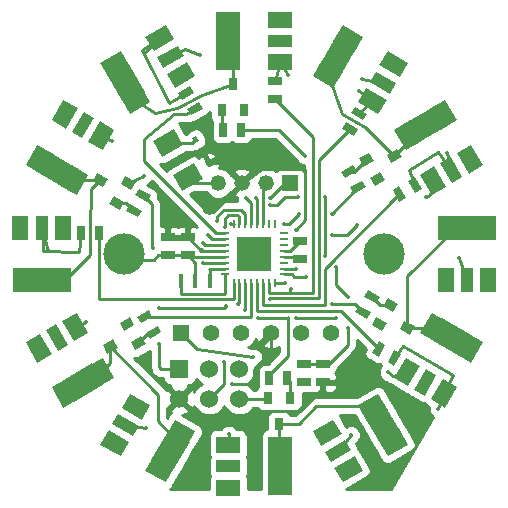
<source format=gtl>
G04 (created by PCBNEW (2013-05-16 BZR 4016)-stable) date 7/10/2013 14:07:53*
%MOIN*%
G04 Gerber Fmt 3.4, Leading zero omitted, Abs format*
%FSLAX34Y34*%
G01*
G70*
G90*
G04 APERTURE LIST*
%ADD10C,0.00590551*%
%ADD11R,0.055X0.055*%
%ADD12C,0.055*%
%ADD13R,0.06X0.06*%
%ADD14C,0.06*%
%ADD15C,0.137795*%
%ADD16R,0.01X0.03*%
%ADD17R,0.03X0.01*%
%ADD18R,0.1181X0.1181*%
%ADD19C,0.052*%
%ADD20R,0.052X0.052*%
%ADD21R,0.0787402X0.0629921*%
%ADD22R,0.0787402X0.0551181*%
%ADD23R,0.0787402X0.11811*%
%ADD24R,0.0787402X0.0393701*%
%ADD25R,0.0629921X0.0787402*%
%ADD26R,0.0551181X0.0787402*%
%ADD27R,0.11811X0.0787402*%
%ADD28R,0.0393701X0.0787402*%
%ADD29R,0.0315X0.0394*%
%ADD30R,0.045X0.025*%
%ADD31R,0.025X0.045*%
%ADD32R,0.015748X0.0511811*%
%ADD33C,0.0137795*%
%ADD34C,0.01*%
G04 APERTURE END LIST*
G54D10*
G36*
X3327Y3939D02*
X2937Y4164D01*
X3062Y4380D01*
X3452Y4155D01*
X3327Y3939D01*
X3327Y3939D01*
G37*
G36*
X3627Y4459D02*
X3237Y4684D01*
X3362Y4900D01*
X3752Y4675D01*
X3627Y4459D01*
X3627Y4459D01*
G37*
G36*
X-2082Y3850D02*
X-1946Y3929D01*
X-1847Y3759D01*
X-1984Y3680D01*
X-2082Y3850D01*
X-2082Y3850D01*
G37*
G36*
X-1630Y3066D02*
X-1493Y3145D01*
X-1395Y2975D01*
X-1531Y2896D01*
X-1630Y3066D01*
X-1630Y3066D01*
G37*
G36*
X-1723Y2507D02*
X-2416Y2107D01*
X-2716Y2626D01*
X-2023Y3026D01*
X-1723Y2507D01*
X-1723Y2507D01*
G37*
G36*
X-2373Y3633D02*
X-3066Y3233D01*
X-3366Y3752D01*
X-2673Y4152D01*
X-2373Y3633D01*
X-2373Y3633D01*
G37*
G54D11*
X-2440Y-2657D03*
G54D12*
X-1440Y-2657D03*
X-440Y-2657D03*
X559Y-2657D03*
X1559Y-2657D03*
X2559Y-2657D03*
G54D13*
X-2496Y-3830D03*
G54D14*
X-2496Y-4830D03*
X-1496Y-3830D03*
X-1496Y-4830D03*
X-496Y-3830D03*
X-496Y-4830D03*
G54D15*
X-4330Y0D03*
X4330Y0D03*
G54D16*
X-492Y984D03*
X-295Y984D03*
X-98Y984D03*
X-689Y984D03*
G54D17*
X-984Y689D03*
X-984Y492D03*
X-984Y295D03*
X-984Y98D03*
X-984Y-98D03*
X-984Y-295D03*
X-984Y-492D03*
X-984Y-689D03*
G54D16*
X689Y-984D03*
X-689Y-984D03*
X-492Y-984D03*
X-295Y-984D03*
X-98Y-984D03*
X98Y-984D03*
X295Y-984D03*
X492Y-984D03*
G54D17*
X984Y-689D03*
X984Y-492D03*
X984Y-295D03*
X984Y-98D03*
X984Y98D03*
X984Y295D03*
X984Y492D03*
X984Y689D03*
G54D16*
X689Y984D03*
X492Y984D03*
X295Y984D03*
X98Y984D03*
G54D18*
X0Y0D03*
G54D19*
X-1200Y2352D03*
X-400Y2352D03*
X400Y2352D03*
G54D20*
X1200Y2352D03*
G54D21*
X-866Y7755D03*
G54D22*
X866Y7795D03*
G54D23*
X-866Y7086D03*
G54D24*
X866Y7086D03*
G54D21*
X-866Y6417D03*
G54D22*
X866Y6377D03*
G54D10*
G36*
X-4811Y5818D02*
X-5126Y6364D01*
X-4444Y6757D01*
X-4129Y6212D01*
X-4811Y5818D01*
X-4811Y5818D01*
G37*
G36*
X-3350Y6753D02*
X-3626Y7230D01*
X-2944Y7624D01*
X-2668Y7146D01*
X-3350Y6753D01*
X-3350Y6753D01*
G37*
G36*
X-4339Y5000D02*
X-4929Y6023D01*
X-4247Y6416D01*
X-3657Y5394D01*
X-4339Y5000D01*
X-4339Y5000D01*
G37*
G36*
X-3035Y6207D02*
X-3232Y6548D01*
X-2550Y6942D01*
X-2353Y6601D01*
X-3035Y6207D01*
X-3035Y6207D01*
G37*
G36*
X-4142Y4659D02*
X-4457Y5204D01*
X-3775Y5598D01*
X-3460Y5053D01*
X-4142Y4659D01*
X-4142Y4659D01*
G37*
G36*
X-2642Y5525D02*
X-2917Y6002D01*
X-2235Y6396D01*
X-1960Y5919D01*
X-2642Y5525D01*
X-2642Y5525D01*
G37*
G36*
X-7078Y2629D02*
X-7624Y2944D01*
X-7230Y3626D01*
X-6684Y3311D01*
X-7078Y2629D01*
X-7078Y2629D01*
G37*
G36*
X-6280Y4168D02*
X-6757Y4444D01*
X-6364Y5126D01*
X-5886Y4850D01*
X-6280Y4168D01*
X-6280Y4168D01*
G37*
G36*
X-6260Y2156D02*
X-7283Y2747D01*
X-6889Y3429D01*
X-5866Y2838D01*
X-6260Y2156D01*
X-6260Y2156D01*
G37*
G36*
X-5735Y3854D02*
X-6075Y4050D01*
X-5682Y4732D01*
X-5341Y4535D01*
X-5735Y3854D01*
X-5735Y3854D01*
G37*
G36*
X-5919Y1960D02*
X-6464Y2275D01*
X-6071Y2956D01*
X-5525Y2642D01*
X-5919Y1960D01*
X-5919Y1960D01*
G37*
G36*
X-5053Y3460D02*
X-5530Y3735D01*
X-5136Y4417D01*
X-4659Y4142D01*
X-5053Y3460D01*
X-5053Y3460D01*
G37*
G54D25*
X-7755Y-866D03*
G54D26*
X-7795Y866D03*
G54D27*
X-7086Y-866D03*
G54D28*
X-7086Y866D03*
G54D25*
X-6417Y-866D03*
G54D26*
X-6377Y866D03*
G54D10*
G36*
X-5818Y-4811D02*
X-6364Y-5126D01*
X-6757Y-4444D01*
X-6212Y-4129D01*
X-5818Y-4811D01*
X-5818Y-4811D01*
G37*
G36*
X-6753Y-3350D02*
X-7230Y-3626D01*
X-7624Y-2944D01*
X-7146Y-2668D01*
X-6753Y-3350D01*
X-6753Y-3350D01*
G37*
G36*
X-5000Y-4339D02*
X-6023Y-4929D01*
X-6416Y-4247D01*
X-5394Y-3657D01*
X-5000Y-4339D01*
X-5000Y-4339D01*
G37*
G36*
X-6207Y-3035D02*
X-6548Y-3232D01*
X-6942Y-2550D01*
X-6601Y-2353D01*
X-6207Y-3035D01*
X-6207Y-3035D01*
G37*
G36*
X-4659Y-4142D02*
X-5204Y-4457D01*
X-5598Y-3775D01*
X-5053Y-3460D01*
X-4659Y-4142D01*
X-4659Y-4142D01*
G37*
G36*
X-5525Y-2642D02*
X-6002Y-2917D01*
X-6396Y-2235D01*
X-5919Y-1960D01*
X-5525Y-2642D01*
X-5525Y-2642D01*
G37*
G36*
X-2629Y-7078D02*
X-2944Y-7624D01*
X-3626Y-7230D01*
X-3311Y-6684D01*
X-2629Y-7078D01*
X-2629Y-7078D01*
G37*
G36*
X-4168Y-6280D02*
X-4444Y-6757D01*
X-5126Y-6364D01*
X-4850Y-5886D01*
X-4168Y-6280D01*
X-4168Y-6280D01*
G37*
G36*
X-2156Y-6260D02*
X-2747Y-7283D01*
X-3429Y-6889D01*
X-2838Y-5866D01*
X-2156Y-6260D01*
X-2156Y-6260D01*
G37*
G36*
X-3854Y-5735D02*
X-4050Y-6075D01*
X-4732Y-5682D01*
X-4535Y-5341D01*
X-3854Y-5735D01*
X-3854Y-5735D01*
G37*
G36*
X-1960Y-5919D02*
X-2275Y-6464D01*
X-2956Y-6071D01*
X-2642Y-5525D01*
X-1960Y-5919D01*
X-1960Y-5919D01*
G37*
G36*
X-3460Y-5053D02*
X-3735Y-5530D01*
X-4417Y-5136D01*
X-4142Y-4659D01*
X-3460Y-5053D01*
X-3460Y-5053D01*
G37*
G54D21*
X866Y-7755D03*
G54D22*
X-866Y-7795D03*
G54D23*
X866Y-7086D03*
G54D24*
X-866Y-7086D03*
G54D21*
X866Y-6417D03*
G54D22*
X-866Y-6377D03*
G54D10*
G36*
X4811Y-5818D02*
X5126Y-6364D01*
X4444Y-6757D01*
X4129Y-6212D01*
X4811Y-5818D01*
X4811Y-5818D01*
G37*
G36*
X3350Y-6753D02*
X3626Y-7230D01*
X2944Y-7624D01*
X2668Y-7146D01*
X3350Y-6753D01*
X3350Y-6753D01*
G37*
G36*
X4339Y-5000D02*
X4929Y-6023D01*
X4247Y-6416D01*
X3657Y-5394D01*
X4339Y-5000D01*
X4339Y-5000D01*
G37*
G36*
X3035Y-6207D02*
X3232Y-6548D01*
X2550Y-6942D01*
X2353Y-6601D01*
X3035Y-6207D01*
X3035Y-6207D01*
G37*
G36*
X4142Y-4659D02*
X4457Y-5204D01*
X3775Y-5598D01*
X3460Y-5053D01*
X4142Y-4659D01*
X4142Y-4659D01*
G37*
G36*
X2642Y-5525D02*
X2917Y-6002D01*
X2235Y-6396D01*
X1960Y-5919D01*
X2642Y-5525D01*
X2642Y-5525D01*
G37*
G36*
X7078Y-2629D02*
X7624Y-2944D01*
X7230Y-3626D01*
X6684Y-3311D01*
X7078Y-2629D01*
X7078Y-2629D01*
G37*
G36*
X6280Y-4168D02*
X6757Y-4444D01*
X6364Y-5126D01*
X5886Y-4850D01*
X6280Y-4168D01*
X6280Y-4168D01*
G37*
G36*
X6260Y-2156D02*
X7283Y-2747D01*
X6889Y-3429D01*
X5866Y-2838D01*
X6260Y-2156D01*
X6260Y-2156D01*
G37*
G36*
X5735Y-3854D02*
X6075Y-4050D01*
X5682Y-4732D01*
X5341Y-4535D01*
X5735Y-3854D01*
X5735Y-3854D01*
G37*
G36*
X5919Y-1960D02*
X6464Y-2275D01*
X6071Y-2956D01*
X5525Y-2642D01*
X5919Y-1960D01*
X5919Y-1960D01*
G37*
G36*
X5053Y-3460D02*
X5530Y-3735D01*
X5136Y-4417D01*
X4659Y-4142D01*
X5053Y-3460D01*
X5053Y-3460D01*
G37*
G54D25*
X7755Y866D03*
G54D26*
X7795Y-866D03*
G54D27*
X7086Y866D03*
G54D28*
X7086Y-866D03*
G54D25*
X6417Y866D03*
G54D26*
X6377Y-866D03*
G54D10*
G36*
X5818Y4811D02*
X6364Y5126D01*
X6757Y4444D01*
X6212Y4129D01*
X5818Y4811D01*
X5818Y4811D01*
G37*
G36*
X6753Y3350D02*
X7230Y3626D01*
X7624Y2944D01*
X7146Y2668D01*
X6753Y3350D01*
X6753Y3350D01*
G37*
G36*
X5000Y4339D02*
X6023Y4929D01*
X6416Y4247D01*
X5394Y3657D01*
X5000Y4339D01*
X5000Y4339D01*
G37*
G36*
X6207Y3035D02*
X6548Y3232D01*
X6942Y2550D01*
X6601Y2353D01*
X6207Y3035D01*
X6207Y3035D01*
G37*
G36*
X4659Y4142D02*
X5204Y4457D01*
X5598Y3775D01*
X5053Y3460D01*
X4659Y4142D01*
X4659Y4142D01*
G37*
G36*
X5525Y2642D02*
X6002Y2917D01*
X6396Y2235D01*
X5919Y1960D01*
X5525Y2642D01*
X5525Y2642D01*
G37*
G36*
X2629Y7078D02*
X2944Y7624D01*
X3626Y7230D01*
X3311Y6684D01*
X2629Y7078D01*
X2629Y7078D01*
G37*
G36*
X4168Y6280D02*
X4444Y6757D01*
X5126Y6364D01*
X4850Y5886D01*
X4168Y6280D01*
X4168Y6280D01*
G37*
G36*
X2156Y6260D02*
X2747Y7283D01*
X3429Y6889D01*
X2838Y5866D01*
X2156Y6260D01*
X2156Y6260D01*
G37*
G36*
X3854Y5735D02*
X4050Y6075D01*
X4732Y5682D01*
X4535Y5341D01*
X3854Y5735D01*
X3854Y5735D01*
G37*
G36*
X1960Y5919D02*
X2275Y6464D01*
X2956Y6071D01*
X2642Y5525D01*
X1960Y5919D01*
X1960Y5919D01*
G37*
G36*
X3460Y5053D02*
X3735Y5530D01*
X4417Y5136D01*
X4142Y4659D01*
X3460Y5053D01*
X3460Y5053D01*
G37*
G36*
X4416Y3285D02*
X4758Y3482D01*
X4915Y3210D01*
X4574Y3013D01*
X4416Y3285D01*
X4416Y3285D01*
G37*
G36*
X3854Y2528D02*
X4195Y2725D01*
X4353Y2452D01*
X4011Y2255D01*
X3854Y2528D01*
X3854Y2528D01*
G37*
G36*
X3479Y3177D02*
X3820Y3374D01*
X3978Y3101D01*
X3636Y2904D01*
X3479Y3177D01*
X3479Y3177D01*
G37*
G36*
X5007Y-2225D02*
X5348Y-2422D01*
X5191Y-2695D01*
X4850Y-2498D01*
X5007Y-2225D01*
X5007Y-2225D01*
G37*
G36*
X4070Y-2117D02*
X4411Y-2314D01*
X4253Y-2587D01*
X3912Y-2390D01*
X4070Y-2117D01*
X4070Y-2117D01*
G37*
G36*
X4445Y-1467D02*
X4786Y-1664D01*
X4628Y-1937D01*
X4287Y-1740D01*
X4445Y-1467D01*
X4445Y-1467D01*
G37*
G54D29*
X826Y-5669D03*
X451Y-4803D03*
X1201Y-4803D03*
G54D10*
G36*
X-4554Y-3128D02*
X-4895Y-3325D01*
X-5053Y-3052D01*
X-4712Y-2855D01*
X-4554Y-3128D01*
X-4554Y-3128D01*
G37*
G36*
X-3992Y-2370D02*
X-4333Y-2567D01*
X-4491Y-2294D01*
X-4149Y-2097D01*
X-3992Y-2370D01*
X-3992Y-2370D01*
G37*
G36*
X-3617Y-3020D02*
X-3958Y-3217D01*
X-4116Y-2944D01*
X-3774Y-2747D01*
X-3617Y-3020D01*
X-3617Y-3020D01*
G37*
G36*
X-5046Y2225D02*
X-5388Y2422D01*
X-5230Y2695D01*
X-4889Y2498D01*
X-5046Y2225D01*
X-5046Y2225D01*
G37*
G36*
X-4109Y2117D02*
X-4450Y2314D01*
X-4293Y2587D01*
X-3951Y2390D01*
X-4109Y2117D01*
X-4109Y2117D01*
G37*
G36*
X-4484Y1467D02*
X-4825Y1664D01*
X-4668Y1937D01*
X-4326Y1740D01*
X-4484Y1467D01*
X-4484Y1467D01*
G37*
G54D29*
X-708Y5669D03*
X-333Y4803D03*
X-1083Y4803D03*
G54D30*
X2280Y-3675D03*
X2280Y-4275D03*
G54D31*
X-5172Y708D03*
X-5772Y708D03*
G54D10*
G36*
X-1718Y4842D02*
X-2108Y4617D01*
X-2233Y4834D01*
X-1843Y5059D01*
X-1718Y4842D01*
X-1718Y4842D01*
G37*
G36*
X-2018Y5362D02*
X-2408Y5137D01*
X-2533Y5353D01*
X-2143Y5578D01*
X-2018Y5362D01*
X-2018Y5362D01*
G37*
G36*
X4842Y1738D02*
X4617Y2128D01*
X4834Y2253D01*
X5059Y1863D01*
X4842Y1738D01*
X4842Y1738D01*
G37*
G36*
X5362Y2038D02*
X5137Y2428D01*
X5353Y2553D01*
X5578Y2163D01*
X5362Y2038D01*
X5362Y2038D01*
G37*
G36*
X3928Y-3309D02*
X4153Y-2919D01*
X4370Y-3044D01*
X4145Y-3434D01*
X3928Y-3309D01*
X3928Y-3309D01*
G37*
G36*
X4448Y-3609D02*
X4673Y-3219D01*
X4890Y-3344D01*
X4665Y-3734D01*
X4448Y-3609D01*
X4448Y-3609D01*
G37*
G54D31*
X-448Y4133D03*
X-1048Y4133D03*
G54D10*
G36*
X-3840Y2173D02*
X-3450Y1948D01*
X-3575Y1731D01*
X-3965Y1956D01*
X-3840Y2173D01*
X-3840Y2173D01*
G37*
G36*
X-4140Y1653D02*
X-3750Y1428D01*
X-3875Y1212D01*
X-4265Y1437D01*
X-4140Y1653D01*
X-4140Y1653D01*
G37*
G36*
X-3911Y-2106D02*
X-3521Y-1881D01*
X-3396Y-2098D01*
X-3786Y-2323D01*
X-3911Y-2106D01*
X-3911Y-2106D01*
G37*
G36*
X-3611Y-2626D02*
X-3221Y-2401D01*
X-3096Y-2617D01*
X-3486Y-2842D01*
X-3611Y-2626D01*
X-3611Y-2626D01*
G37*
G54D31*
X487Y-4133D03*
X1087Y-4133D03*
G54D10*
G36*
X3761Y-2173D02*
X3372Y-1948D01*
X3497Y-1731D01*
X3886Y-1956D01*
X3761Y-2173D01*
X3761Y-2173D01*
G37*
G36*
X4061Y-1653D02*
X3672Y-1428D01*
X3797Y-1212D01*
X4186Y-1437D01*
X4061Y-1653D01*
X4061Y-1653D01*
G37*
G36*
X3714Y2224D02*
X3324Y1999D01*
X3199Y2216D01*
X3589Y2441D01*
X3714Y2224D01*
X3714Y2224D01*
G37*
G36*
X3414Y2744D02*
X3024Y2519D01*
X2899Y2735D01*
X3289Y2960D01*
X3414Y2744D01*
X3414Y2744D01*
G37*
G54D30*
X708Y5152D03*
X708Y5752D03*
X1540Y-160D03*
X1540Y440D03*
X-2881Y544D03*
X-2881Y-55D03*
X-2212Y544D03*
X-2212Y-55D03*
X1655Y-3675D03*
X1655Y-4275D03*
G54D32*
X-1487Y-905D03*
X-1959Y-905D03*
X-2432Y-905D03*
G54D33*
X-2881Y544D03*
X-1645Y1410D03*
X-2190Y1170D03*
X-735Y-4345D03*
X1395Y-500D03*
X1390Y805D03*
X-1730Y115D03*
X-1720Y-310D03*
X-1015Y-3600D03*
X1230Y-1175D03*
X-3375Y190D03*
X-3180Y-3010D03*
X-3180Y-1805D03*
X-925Y-1755D03*
X1020Y-990D03*
X1680Y3270D03*
X1400Y-2140D03*
X2725Y-2135D03*
X1730Y-760D03*
X-770Y995D03*
X980Y980D03*
X1490Y1315D03*
X2585Y1330D03*
X2585Y-1665D03*
X-1535Y610D03*
X520Y-1500D03*
X-530Y-1685D03*
X-305Y-1870D03*
X125Y-2130D03*
X-7600Y845D03*
X-4545Y-6140D03*
X3065Y-7010D03*
X7585Y-850D03*
X-3679Y6698D03*
X4540Y6145D03*
X7350Y3230D03*
X880Y7980D03*
X-6470Y4740D03*
X-7340Y-3250D03*
X6140Y-5170D03*
X-880Y-7980D03*
X1640Y-4295D03*
X-25Y-3450D03*
X-2445Y5965D03*
X-6415Y895D03*
X-3960Y-5115D03*
X2445Y-5990D03*
X3490Y5430D03*
X6405Y-835D03*
X-4745Y3760D03*
X-5615Y-2290D03*
X-850Y-6015D03*
X4465Y-3955D03*
X1110Y5970D03*
X5735Y1880D03*
X-3620Y-5800D03*
X3230Y-6040D03*
X6830Y-145D03*
X3590Y5825D03*
X-6859Y85D03*
X-1805Y6615D03*
X880Y7190D03*
X-5785Y4370D03*
X-6655Y-2860D03*
X-845Y-7205D03*
X6415Y3375D03*
X5780Y-4355D03*
X3125Y-1445D03*
X3125Y-2485D03*
X1645Y-3675D03*
X-265Y1845D03*
X520Y1620D03*
X1470Y1905D03*
X2370Y1895D03*
X2370Y-75D03*
X2730Y-435D03*
X-1230Y1105D03*
X535Y1845D03*
X50Y1855D03*
X-990Y890D03*
X-4255Y-2350D03*
X-320Y4805D03*
X1640Y465D03*
X2590Y620D03*
X3425Y950D03*
X4095Y2475D03*
X-3690Y2605D03*
X4130Y-2365D03*
X-1715Y375D03*
X-2245Y-85D03*
G54D34*
X-2212Y544D02*
X-2881Y544D01*
X-2212Y544D02*
X-2212Y1147D01*
X-417Y2352D02*
X-400Y2352D01*
X-1365Y1405D02*
X-417Y2352D01*
X-1640Y1405D02*
X-1365Y1405D01*
X-1645Y1410D02*
X-1640Y1405D01*
X-2212Y1147D02*
X-2190Y1170D01*
X2280Y-4275D02*
X2280Y-4475D01*
X2280Y-4475D02*
X1520Y-5235D01*
X1520Y-5235D02*
X245Y-5235D01*
X245Y-5235D02*
X30Y-5450D01*
X30Y-5450D02*
X-1876Y-5450D01*
X-1876Y-5450D02*
X-2496Y-4830D01*
X559Y-2657D02*
X559Y-3270D01*
X559Y-3270D02*
X-10Y-3840D01*
X-10Y-3840D02*
X-10Y-4170D01*
X-10Y-4170D02*
X-185Y-4345D01*
X-185Y-4345D02*
X-735Y-4345D01*
X-400Y2352D02*
X-437Y2352D01*
X-437Y2352D02*
X-1105Y3020D01*
X-1105Y3020D02*
X-1512Y3020D01*
X984Y-492D02*
X1387Y-492D01*
X1387Y-492D02*
X1395Y-500D01*
X1390Y805D02*
X1700Y1115D01*
X1700Y1115D02*
X1700Y2825D01*
X1700Y2825D02*
X1690Y2835D01*
X1690Y2835D02*
X267Y2835D01*
X267Y2835D02*
X-400Y2352D01*
X-984Y-295D02*
X-1705Y-295D01*
X-1730Y98D02*
X-1765Y98D01*
X-1730Y115D02*
X-1730Y98D01*
X-1705Y-295D02*
X-1720Y-310D01*
X-984Y98D02*
X-1765Y98D01*
X-1765Y98D02*
X-2212Y544D01*
X295Y-984D02*
X295Y-1700D01*
X2350Y-492D02*
X4838Y1995D01*
X2350Y-1705D02*
X2350Y-492D01*
X2345Y-1710D02*
X2350Y-1705D01*
X305Y-1710D02*
X2345Y-1710D01*
X295Y-1700D02*
X305Y-1710D01*
X1190Y-1300D02*
X1190Y-1215D01*
X-1005Y-4339D02*
X-1496Y-4830D01*
X-1005Y-3610D02*
X-1005Y-4339D01*
X-1015Y-3600D02*
X-1005Y-3610D01*
X1190Y-1215D02*
X1230Y-1175D01*
X492Y-984D02*
X492Y-1302D01*
X1960Y3901D02*
X708Y5152D01*
X1960Y-1295D02*
X1960Y3901D01*
X1955Y-1300D02*
X1960Y-1295D01*
X1960Y-1300D02*
X1955Y-1300D01*
X494Y-1300D02*
X1190Y-1300D01*
X1190Y-1300D02*
X1960Y-1300D01*
X492Y-1302D02*
X494Y-1300D01*
X-3415Y1659D02*
X-3708Y1952D01*
X-3415Y230D02*
X-3415Y1659D01*
X-3375Y190D02*
X-3415Y230D01*
X689Y-984D02*
X1014Y-984D01*
X-2515Y-3850D02*
X-2496Y-3830D01*
X-3110Y-3850D02*
X-2515Y-3850D01*
X-3180Y-3780D02*
X-3110Y-3850D01*
X-3180Y-3010D02*
X-3180Y-3780D01*
X-975Y-1805D02*
X-3180Y-1805D01*
X-925Y-1755D02*
X-975Y-1805D01*
X1014Y-984D02*
X1020Y-990D01*
X816Y4133D02*
X-448Y4133D01*
X1680Y3270D02*
X816Y4133D01*
X2720Y-2140D02*
X1400Y-2140D01*
X2725Y-2135D02*
X2720Y-2140D01*
X984Y-689D02*
X1259Y-689D01*
X1330Y-760D02*
X1730Y-760D01*
X1259Y-689D02*
X1330Y-760D01*
X-689Y984D02*
X-759Y984D01*
X1155Y980D02*
X980Y980D01*
X1490Y1315D02*
X1155Y980D01*
X3335Y2100D02*
X2585Y1330D01*
X3335Y2100D02*
X3457Y2220D01*
X-759Y984D02*
X-770Y995D01*
X-2290Y4648D02*
X-1975Y4838D01*
X-984Y689D02*
X-1266Y689D01*
X-2671Y4648D02*
X-2290Y4648D01*
X-2290Y4648D02*
X-1975Y4838D01*
X-3660Y3840D02*
X-2671Y4648D01*
X-3660Y3083D02*
X-3660Y3840D01*
X-1266Y689D02*
X-3660Y3083D01*
X-984Y492D02*
X-1417Y492D01*
X3346Y-1670D02*
X3629Y-1952D01*
X2590Y-1670D02*
X3346Y-1670D01*
X2585Y-1665D02*
X2590Y-1670D01*
X-1417Y492D02*
X-1535Y610D01*
X-689Y-984D02*
X-689Y-1504D01*
X-5172Y-1492D02*
X-5172Y708D01*
X-5155Y-1510D02*
X-5172Y-1492D01*
X-695Y-1510D02*
X-5155Y-1510D01*
X-689Y-1504D02*
X-695Y-1510D01*
X-492Y-984D02*
X-492Y-1647D01*
X2150Y3115D02*
X3195Y4160D01*
X2150Y-1480D02*
X2150Y3115D01*
X2140Y-1490D02*
X2150Y-1480D01*
X530Y-1490D02*
X2140Y-1490D01*
X520Y-1500D02*
X530Y-1490D01*
X-492Y-1647D02*
X-530Y-1685D01*
X487Y-4133D02*
X487Y-4047D01*
X-295Y-1860D02*
X-295Y-984D01*
X-305Y-1870D02*
X-295Y-1860D01*
X1120Y-2130D02*
X125Y-2130D01*
X1135Y-2115D02*
X1120Y-2130D01*
X1135Y-3400D02*
X1135Y-2115D01*
X487Y-4047D02*
X1135Y-3400D01*
X-98Y-984D02*
X-98Y-2098D01*
X-102Y-2102D02*
X-3653Y-2102D01*
X-98Y-2098D02*
X-102Y-2102D01*
X98Y-984D02*
X98Y-1917D01*
X2877Y-1905D02*
X4149Y-3176D01*
X110Y-1905D02*
X2877Y-1905D01*
X98Y-1917D02*
X110Y-1905D01*
X-7600Y845D02*
X-7795Y866D01*
X-4545Y-6140D02*
X-4647Y-6322D01*
X3065Y-7010D02*
X3147Y-7188D01*
X7585Y-850D02*
X7795Y-866D01*
X-3147Y7188D02*
X-3679Y6698D01*
X4540Y6145D02*
X4647Y6322D01*
X-2275Y5358D02*
X-2850Y5020D01*
X-3730Y6800D02*
X-3147Y7188D01*
X-2850Y5020D02*
X-3730Y6800D01*
X7350Y3230D02*
X7188Y3147D01*
X880Y7980D02*
X866Y7795D01*
X-6470Y4740D02*
X-6322Y4647D01*
X-7340Y-3250D02*
X-7188Y-3147D01*
X6322Y-4647D02*
X6140Y-5170D01*
X-880Y-7980D02*
X-866Y-7795D01*
X4669Y-3476D02*
X4960Y-3060D01*
X6640Y-4050D02*
X6322Y-4647D01*
X4960Y-3060D02*
X6640Y-4050D01*
X-2440Y-2657D02*
X-2432Y-2657D01*
X1655Y-4280D02*
X1655Y-4275D01*
X1640Y-4295D02*
X1655Y-4280D01*
X-1900Y-3190D02*
X-25Y-3450D01*
X-2432Y-2657D02*
X-1900Y-3190D01*
X-2445Y5965D02*
X-2438Y5961D01*
X-6415Y895D02*
X-6377Y866D01*
X-3960Y-5115D02*
X-3939Y-5094D01*
X2445Y-5990D02*
X2438Y-5961D01*
X3939Y5094D02*
X3490Y5430D01*
X6405Y-835D02*
X6377Y-866D01*
X3495Y4679D02*
X3939Y5094D01*
X-4745Y3760D02*
X-5094Y3939D01*
X-5615Y-2290D02*
X-5961Y-2438D01*
X-850Y-6015D02*
X-866Y-6377D01*
X4630Y-4075D02*
X5094Y-3939D01*
X4465Y-3955D02*
X4630Y-4075D01*
X866Y6377D02*
X1110Y5970D01*
X5855Y1975D02*
X5961Y2438D01*
X5735Y1880D02*
X5855Y1975D01*
X708Y5752D02*
X866Y6377D01*
X-3620Y-5800D02*
X-4293Y-5708D01*
X3230Y-6040D02*
X2793Y-6574D01*
X6830Y-145D02*
X7086Y-866D01*
X3590Y5825D02*
X4293Y5708D01*
X-7086Y866D02*
X-6859Y85D01*
X-2295Y6825D02*
X-2793Y6574D01*
X-1805Y6615D02*
X-2295Y6825D01*
X-5772Y708D02*
X-5840Y60D01*
X-7040Y90D02*
X-7086Y866D01*
X-5840Y60D02*
X-7040Y90D01*
X880Y7190D02*
X866Y7086D01*
X-5785Y4370D02*
X-5708Y4293D01*
X-6655Y-2860D02*
X-6574Y-2793D01*
X-845Y-7205D02*
X-866Y-7086D01*
X6574Y2793D02*
X6415Y3375D01*
X5780Y-4355D02*
X5708Y-4293D01*
X5358Y2295D02*
X5150Y2800D01*
X6130Y3400D02*
X6574Y2793D01*
X5150Y2800D02*
X6130Y3400D01*
X2280Y-3675D02*
X2490Y-3675D01*
X2730Y-1050D02*
X2730Y-435D01*
X3125Y-1445D02*
X2730Y-1050D01*
X3125Y-3040D02*
X3125Y-2485D01*
X2490Y-3675D02*
X3125Y-3040D01*
X1645Y-3675D02*
X2280Y-3675D01*
X-98Y984D02*
X-98Y1678D01*
X-98Y1678D02*
X-265Y1845D01*
X520Y1620D02*
X525Y1625D01*
X525Y1625D02*
X745Y1625D01*
X745Y1625D02*
X1025Y1905D01*
X1025Y1905D02*
X1470Y1905D01*
X2370Y1895D02*
X2370Y945D01*
X2370Y945D02*
X2370Y-80D01*
X2370Y-80D02*
X2370Y-75D01*
X2730Y-435D02*
X2730Y-430D01*
X-295Y1330D02*
X-295Y984D01*
X-430Y1465D02*
X-295Y1330D01*
X-1005Y1465D02*
X-430Y1465D01*
X-1225Y1245D02*
X-1005Y1465D01*
X-1225Y1110D02*
X-1225Y1245D01*
X-1230Y1105D02*
X-1225Y1110D01*
X98Y984D02*
X98Y1807D01*
X1042Y2352D02*
X1200Y2352D01*
X535Y1845D02*
X1042Y2352D01*
X98Y1807D02*
X50Y1855D01*
X295Y984D02*
X295Y2247D01*
X295Y2247D02*
X400Y2352D01*
X-492Y984D02*
X-492Y1222D01*
X-990Y1170D02*
X-990Y890D01*
X-880Y1280D02*
X-990Y1170D01*
X-550Y1280D02*
X-880Y1280D01*
X-492Y1222D02*
X-550Y1280D01*
X-984Y-492D02*
X-1492Y-492D01*
X-1487Y-496D02*
X-1487Y-905D01*
X-1492Y-492D02*
X-1487Y-496D01*
X-984Y-689D02*
X-984Y-1319D01*
X-2432Y-1317D02*
X-2432Y-905D01*
X-2425Y-1325D02*
X-2432Y-1317D01*
X-990Y-1325D02*
X-2425Y-1325D01*
X-984Y-1319D02*
X-990Y-1325D01*
X-2881Y-55D02*
X-2212Y-55D01*
X-4330Y0D02*
X-3925Y0D01*
X-3195Y-55D02*
X-2881Y-55D01*
X-3345Y-205D02*
X-3195Y-55D01*
X-3720Y-205D02*
X-3345Y-205D01*
X-3925Y0D02*
X-3720Y-205D01*
X-4241Y-2336D02*
X-4241Y-2332D01*
X-4255Y-2350D02*
X-4241Y-2336D01*
X-321Y4803D02*
X-333Y4803D01*
X-320Y4805D02*
X-321Y4803D01*
X1615Y440D02*
X1540Y440D01*
X1640Y465D02*
X1615Y440D01*
X3095Y620D02*
X2590Y620D01*
X3425Y950D02*
X3095Y620D01*
X4103Y2483D02*
X4103Y2490D01*
X4095Y2475D02*
X4103Y2483D01*
X-4201Y2352D02*
X-3690Y2605D01*
X4142Y-2352D02*
X4161Y-2352D01*
X4130Y-2365D02*
X4142Y-2352D01*
X-496Y-4830D02*
X424Y-4830D01*
X424Y-4830D02*
X451Y-4803D01*
X-1200Y2352D02*
X-2005Y2352D01*
X-2005Y2352D02*
X-2220Y2567D01*
X-984Y295D02*
X-1635Y295D01*
X-1635Y295D02*
X-1715Y375D01*
X-2245Y-85D02*
X-2215Y-55D01*
X-2215Y-55D02*
X-2212Y-55D01*
X-1959Y-905D02*
X-1959Y-307D01*
X-1959Y-307D02*
X-2212Y-55D01*
X-984Y-98D02*
X-2169Y-98D01*
X-2169Y-98D02*
X-2212Y-55D01*
X984Y98D02*
X1198Y98D01*
X1198Y98D02*
X1540Y440D01*
X3157Y2740D02*
X3329Y2740D01*
X3329Y2740D02*
X3728Y3139D01*
X4536Y-1702D02*
X4199Y-1702D01*
X4199Y-1702D02*
X3929Y-1433D01*
X1201Y-4803D02*
X1201Y-4248D01*
X1201Y-4248D02*
X1087Y-4133D01*
X-3353Y-2622D02*
X-3506Y-2622D01*
X-3506Y-2622D02*
X-3866Y-2982D01*
X-4576Y1702D02*
X-4277Y1702D01*
X-4277Y1702D02*
X-4008Y1433D01*
X-1083Y4803D02*
X-1083Y4169D01*
X-1083Y4169D02*
X-1048Y4133D01*
X-2870Y3692D02*
X-2077Y3692D01*
X-2077Y3692D02*
X-1965Y3805D01*
X866Y-7755D02*
X866Y-7086D01*
X4628Y-6288D02*
X4293Y-5708D01*
X826Y-5669D02*
X1480Y-5669D01*
X3664Y-5080D02*
X4293Y-5708D01*
X2070Y-5080D02*
X3664Y-5080D01*
X1480Y-5669D02*
X2070Y-5080D01*
X826Y-5669D02*
X826Y-6377D01*
X826Y-6377D02*
X866Y-6417D01*
X866Y-6417D02*
X866Y-7086D01*
X7086Y866D02*
X7755Y866D01*
X6417Y866D02*
X7086Y866D01*
X5995Y-2458D02*
X6574Y-2793D01*
X7154Y-3127D02*
X6574Y-2793D01*
X5099Y-2460D02*
X5099Y-745D01*
X6711Y866D02*
X7086Y866D01*
X5099Y-745D02*
X6711Y866D01*
X5099Y-2460D02*
X6242Y-2460D01*
X6242Y-2460D02*
X6574Y-2793D01*
X-5708Y-4293D02*
X-5129Y-3958D01*
X-6288Y-4628D02*
X-5708Y-4293D01*
X-3127Y-7154D02*
X-2793Y-6574D01*
X-2458Y-5995D02*
X-2794Y-5995D01*
X-3200Y-4694D02*
X-4804Y-3090D01*
X-3200Y-5590D02*
X-3200Y-4694D01*
X-2794Y-5995D02*
X-3200Y-5590D01*
X-4804Y-3090D02*
X-4804Y-3633D01*
X-4804Y-3633D02*
X-5129Y-3958D01*
X5708Y4293D02*
X5129Y3958D01*
X6288Y4628D02*
X5708Y4293D01*
X2793Y6574D02*
X2458Y5995D01*
X3127Y7154D02*
X2793Y6574D01*
X3840Y4090D02*
X3690Y4210D01*
X3690Y4210D02*
X2935Y4670D01*
X2935Y4670D02*
X2458Y5995D01*
X4666Y3247D02*
X4666Y3263D01*
X4666Y3263D02*
X3840Y4090D01*
X3840Y4090D02*
X3835Y4095D01*
X4666Y3247D02*
X4666Y3251D01*
X4666Y3251D02*
X5708Y4293D01*
X984Y-98D02*
X1478Y-98D01*
X1478Y-98D02*
X1540Y-160D01*
X-866Y7086D02*
X-866Y6417D01*
X-866Y7755D02*
X-866Y7086D01*
X-4293Y5708D02*
X-3958Y5129D01*
X-4628Y6288D02*
X-4293Y5708D01*
X-708Y5669D02*
X-1740Y5305D01*
X-1740Y5305D02*
X-2565Y4875D01*
X-2565Y4875D02*
X-3305Y4700D01*
X-3305Y4700D02*
X-3958Y5129D01*
X-708Y5669D02*
X-708Y6259D01*
X-708Y6259D02*
X-866Y6417D01*
X-6574Y2793D02*
X-5995Y2458D01*
X-7154Y3127D02*
X-6574Y2793D01*
X-7086Y-866D02*
X-6417Y-866D01*
X-7755Y-866D02*
X-7086Y-866D01*
X-7086Y-866D02*
X-6311Y-866D01*
X-5440Y2159D02*
X-5138Y2460D01*
X-5440Y1500D02*
X-5440Y2159D01*
X-5475Y1465D02*
X-5440Y1500D01*
X-5475Y-30D02*
X-5475Y1465D01*
X-6311Y-866D02*
X-5475Y-30D01*
X-5138Y2460D02*
X-5993Y2460D01*
X-5993Y2460D02*
X-5995Y2458D01*
G54D10*
G36*
X-1908Y907D02*
X-1937Y919D01*
X-2036Y919D01*
X-2099Y919D01*
X-2162Y856D01*
X-2162Y594D01*
X-2154Y594D01*
X-2154Y494D01*
X-2162Y494D01*
X-2162Y486D01*
X-2262Y486D01*
X-2262Y494D01*
X-2262Y594D01*
X-2262Y856D01*
X-2324Y919D01*
X-2387Y919D01*
X-2487Y919D01*
X-2546Y894D01*
X-2606Y919D01*
X-2706Y919D01*
X-2768Y919D01*
X-2831Y856D01*
X-2831Y594D01*
X-2624Y594D01*
X-2468Y594D01*
X-2262Y594D01*
X-2262Y494D01*
X-2468Y494D01*
X-2624Y494D01*
X-2831Y494D01*
X-2831Y486D01*
X-2931Y486D01*
X-2931Y494D01*
X-2939Y494D01*
X-2939Y594D01*
X-2931Y594D01*
X-2931Y856D01*
X-2993Y919D01*
X-3056Y919D01*
X-3115Y919D01*
X-3115Y1659D01*
X-3137Y1774D01*
X-3202Y1871D01*
X-3202Y1871D01*
X-3208Y1876D01*
X-3196Y1964D01*
X-3222Y2061D01*
X-3282Y2139D01*
X-3368Y2189D01*
X-3573Y2308D01*
X-3509Y2334D01*
X-3422Y2421D01*
X-1908Y907D01*
X-1908Y907D01*
G37*
G54D34*
X-1908Y907D02*
X-1937Y919D01*
X-2036Y919D01*
X-2099Y919D01*
X-2162Y856D01*
X-2162Y594D01*
X-2154Y594D01*
X-2154Y494D01*
X-2162Y494D01*
X-2162Y486D01*
X-2262Y486D01*
X-2262Y494D01*
X-2262Y594D01*
X-2262Y856D01*
X-2324Y919D01*
X-2387Y919D01*
X-2487Y919D01*
X-2546Y894D01*
X-2606Y919D01*
X-2706Y919D01*
X-2768Y919D01*
X-2831Y856D01*
X-2831Y594D01*
X-2624Y594D01*
X-2468Y594D01*
X-2262Y594D01*
X-2262Y494D01*
X-2468Y494D01*
X-2624Y494D01*
X-2831Y494D01*
X-2831Y486D01*
X-2931Y486D01*
X-2931Y494D01*
X-2939Y494D01*
X-2939Y594D01*
X-2931Y594D01*
X-2931Y856D01*
X-2993Y919D01*
X-3056Y919D01*
X-3115Y919D01*
X-3115Y1659D01*
X-3137Y1774D01*
X-3202Y1871D01*
X-3202Y1871D01*
X-3208Y1876D01*
X-3196Y1964D01*
X-3222Y2061D01*
X-3282Y2139D01*
X-3368Y2189D01*
X-3573Y2308D01*
X-3509Y2334D01*
X-3422Y2421D01*
X-1908Y907D01*
G54D10*
G36*
X551Y-5250D02*
X527Y-5260D01*
X457Y-5330D01*
X419Y-5422D01*
X419Y-5521D01*
X419Y-5853D01*
X331Y-5890D01*
X260Y-5960D01*
X222Y-6052D01*
X222Y-6151D01*
X222Y-6545D01*
X222Y-6781D01*
X222Y-7490D01*
X222Y-7726D01*
X222Y-7840D01*
X-222Y-7840D01*
X-222Y-7470D01*
X-250Y-7401D01*
X-222Y-7333D01*
X-222Y-7233D01*
X-222Y-6840D01*
X-250Y-6771D01*
X-222Y-6703D01*
X-222Y-6604D01*
X-222Y-6052D01*
X-260Y-5960D01*
X-330Y-5890D01*
X-422Y-5852D01*
X-521Y-5852D01*
X-572Y-5852D01*
X-579Y-5834D01*
X-669Y-5744D01*
X-786Y-5696D01*
X-913Y-5696D01*
X-1030Y-5744D01*
X-1120Y-5834D01*
X-1127Y-5852D01*
X-1309Y-5852D01*
X-1401Y-5890D01*
X-1471Y-5960D01*
X-1509Y-6052D01*
X-1509Y-6151D01*
X-1509Y-6703D01*
X-1481Y-6771D01*
X-1509Y-6839D01*
X-1509Y-6939D01*
X-1509Y-7332D01*
X-1481Y-7401D01*
X-1509Y-7469D01*
X-1509Y-7569D01*
X-1509Y-7840D01*
X-2815Y-7840D01*
X-2752Y-7792D01*
X-2703Y-7706D01*
X-2506Y-7365D01*
X-2388Y-7160D01*
X-2388Y-7160D01*
X-2033Y-6546D01*
X-1915Y-6342D01*
X-1718Y-6001D01*
X-1705Y-5902D01*
X-1731Y-5806D01*
X-1791Y-5727D01*
X-1877Y-5677D01*
X-2399Y-5376D01*
X-2359Y-5374D01*
X-2208Y-5311D01*
X-2180Y-5216D01*
X-2496Y-4901D01*
X-2811Y-5216D01*
X-2783Y-5311D01*
X-2777Y-5314D01*
X-2833Y-5357D01*
X-2883Y-5443D01*
X-2897Y-5468D01*
X-2900Y-5465D01*
X-2900Y-5140D01*
X-2881Y-5145D01*
X-2566Y-4830D01*
X-2881Y-4515D01*
X-2952Y-4535D01*
X-2987Y-4482D01*
X-2987Y-4482D01*
X-4007Y-3462D01*
X-3975Y-3471D01*
X-3876Y-3458D01*
X-3790Y-3408D01*
X-3480Y-3229D01*
X-3480Y-3780D01*
X-3457Y-3894D01*
X-3392Y-3992D01*
X-3322Y-4062D01*
X-3224Y-4127D01*
X-3110Y-4150D01*
X-3046Y-4150D01*
X-3046Y-4180D01*
X-3008Y-4272D01*
X-2937Y-4342D01*
X-2846Y-4380D01*
X-2792Y-4380D01*
X-2811Y-4444D01*
X-2496Y-4759D01*
X-2180Y-4444D01*
X-2199Y-4380D01*
X-2146Y-4380D01*
X-2054Y-4342D01*
X-1984Y-4272D01*
X-1946Y-4180D01*
X-1946Y-4158D01*
X-1808Y-4296D01*
X-1726Y-4330D01*
X-1807Y-4364D01*
X-1962Y-4518D01*
X-1993Y-4594D01*
X-2014Y-4542D01*
X-2110Y-4515D01*
X-2425Y-4830D01*
X-2110Y-5145D01*
X-2014Y-5118D01*
X-1995Y-5063D01*
X-1962Y-5141D01*
X-1808Y-5296D01*
X-1605Y-5380D01*
X-1387Y-5380D01*
X-1184Y-5297D01*
X-1030Y-5142D01*
X-996Y-5060D01*
X-962Y-5141D01*
X-808Y-5296D01*
X-605Y-5380D01*
X-387Y-5380D01*
X-184Y-5297D01*
X-30Y-5142D01*
X-25Y-5130D01*
X77Y-5130D01*
X82Y-5141D01*
X152Y-5212D01*
X244Y-5250D01*
X343Y-5250D01*
X551Y-5250D01*
X551Y-5250D01*
G37*
G54D34*
X551Y-5250D02*
X527Y-5260D01*
X457Y-5330D01*
X419Y-5422D01*
X419Y-5521D01*
X419Y-5853D01*
X331Y-5890D01*
X260Y-5960D01*
X222Y-6052D01*
X222Y-6151D01*
X222Y-6545D01*
X222Y-6781D01*
X222Y-7490D01*
X222Y-7726D01*
X222Y-7840D01*
X-222Y-7840D01*
X-222Y-7470D01*
X-250Y-7401D01*
X-222Y-7333D01*
X-222Y-7233D01*
X-222Y-6840D01*
X-250Y-6771D01*
X-222Y-6703D01*
X-222Y-6604D01*
X-222Y-6052D01*
X-260Y-5960D01*
X-330Y-5890D01*
X-422Y-5852D01*
X-521Y-5852D01*
X-572Y-5852D01*
X-579Y-5834D01*
X-669Y-5744D01*
X-786Y-5696D01*
X-913Y-5696D01*
X-1030Y-5744D01*
X-1120Y-5834D01*
X-1127Y-5852D01*
X-1309Y-5852D01*
X-1401Y-5890D01*
X-1471Y-5960D01*
X-1509Y-6052D01*
X-1509Y-6151D01*
X-1509Y-6703D01*
X-1481Y-6771D01*
X-1509Y-6839D01*
X-1509Y-6939D01*
X-1509Y-7332D01*
X-1481Y-7401D01*
X-1509Y-7469D01*
X-1509Y-7569D01*
X-1509Y-7840D01*
X-2815Y-7840D01*
X-2752Y-7792D01*
X-2703Y-7706D01*
X-2506Y-7365D01*
X-2388Y-7160D01*
X-2388Y-7160D01*
X-2033Y-6546D01*
X-1915Y-6342D01*
X-1718Y-6001D01*
X-1705Y-5902D01*
X-1731Y-5806D01*
X-1791Y-5727D01*
X-1877Y-5677D01*
X-2399Y-5376D01*
X-2359Y-5374D01*
X-2208Y-5311D01*
X-2180Y-5216D01*
X-2496Y-4901D01*
X-2811Y-5216D01*
X-2783Y-5311D01*
X-2777Y-5314D01*
X-2833Y-5357D01*
X-2883Y-5443D01*
X-2897Y-5468D01*
X-2900Y-5465D01*
X-2900Y-5140D01*
X-2881Y-5145D01*
X-2566Y-4830D01*
X-2881Y-4515D01*
X-2952Y-4535D01*
X-2987Y-4482D01*
X-2987Y-4482D01*
X-4007Y-3462D01*
X-3975Y-3471D01*
X-3876Y-3458D01*
X-3790Y-3408D01*
X-3480Y-3229D01*
X-3480Y-3780D01*
X-3457Y-3894D01*
X-3392Y-3992D01*
X-3322Y-4062D01*
X-3224Y-4127D01*
X-3110Y-4150D01*
X-3046Y-4150D01*
X-3046Y-4180D01*
X-3008Y-4272D01*
X-2937Y-4342D01*
X-2846Y-4380D01*
X-2792Y-4380D01*
X-2811Y-4444D01*
X-2496Y-4759D01*
X-2180Y-4444D01*
X-2199Y-4380D01*
X-2146Y-4380D01*
X-2054Y-4342D01*
X-1984Y-4272D01*
X-1946Y-4180D01*
X-1946Y-4158D01*
X-1808Y-4296D01*
X-1726Y-4330D01*
X-1807Y-4364D01*
X-1962Y-4518D01*
X-1993Y-4594D01*
X-2014Y-4542D01*
X-2110Y-4515D01*
X-2425Y-4830D01*
X-2110Y-5145D01*
X-2014Y-5118D01*
X-1995Y-5063D01*
X-1962Y-5141D01*
X-1808Y-5296D01*
X-1605Y-5380D01*
X-1387Y-5380D01*
X-1184Y-5297D01*
X-1030Y-5142D01*
X-996Y-5060D01*
X-962Y-5141D01*
X-808Y-5296D01*
X-605Y-5380D01*
X-387Y-5380D01*
X-184Y-5297D01*
X-30Y-5142D01*
X-25Y-5130D01*
X77Y-5130D01*
X82Y-5141D01*
X152Y-5212D01*
X244Y-5250D01*
X343Y-5250D01*
X551Y-5250D01*
G54D10*
G36*
X835Y-3275D02*
X451Y-3658D01*
X312Y-3658D01*
X220Y-3696D01*
X150Y-3767D01*
X112Y-3858D01*
X112Y-3958D01*
X112Y-4408D01*
X120Y-4426D01*
X82Y-4464D01*
X54Y-4530D01*
X-24Y-4530D01*
X-29Y-4519D01*
X-184Y-4364D01*
X-265Y-4330D01*
X-184Y-4297D01*
X-30Y-4142D01*
X53Y-3940D01*
X53Y-3762D01*
X155Y-3720D01*
X245Y-3630D01*
X293Y-3513D01*
X293Y-3386D01*
X245Y-3269D01*
X155Y-3179D01*
X38Y-3131D01*
X-88Y-3131D01*
X-101Y-3136D01*
X-194Y-3123D01*
X-143Y-3102D01*
X3Y-2955D01*
X56Y-2828D01*
X98Y-2930D01*
X191Y-2954D01*
X488Y-2657D01*
X482Y-2651D01*
X553Y-2581D01*
X559Y-2586D01*
X564Y-2581D01*
X635Y-2651D01*
X629Y-2657D01*
X635Y-2663D01*
X564Y-2733D01*
X559Y-2728D01*
X261Y-3025D01*
X286Y-3118D01*
X483Y-3187D01*
X691Y-3176D01*
X831Y-3118D01*
X835Y-3106D01*
X835Y-3275D01*
X835Y-3275D01*
G37*
G54D34*
X835Y-3275D02*
X451Y-3658D01*
X312Y-3658D01*
X220Y-3696D01*
X150Y-3767D01*
X112Y-3858D01*
X112Y-3958D01*
X112Y-4408D01*
X120Y-4426D01*
X82Y-4464D01*
X54Y-4530D01*
X-24Y-4530D01*
X-29Y-4519D01*
X-184Y-4364D01*
X-265Y-4330D01*
X-184Y-4297D01*
X-30Y-4142D01*
X53Y-3940D01*
X53Y-3762D01*
X155Y-3720D01*
X245Y-3630D01*
X293Y-3513D01*
X293Y-3386D01*
X245Y-3269D01*
X155Y-3179D01*
X38Y-3131D01*
X-88Y-3131D01*
X-101Y-3136D01*
X-194Y-3123D01*
X-143Y-3102D01*
X3Y-2955D01*
X56Y-2828D01*
X98Y-2930D01*
X191Y-2954D01*
X488Y-2657D01*
X482Y-2651D01*
X553Y-2581D01*
X559Y-2586D01*
X564Y-2581D01*
X635Y-2651D01*
X629Y-2657D01*
X635Y-2663D01*
X564Y-2733D01*
X559Y-2728D01*
X261Y-3025D01*
X286Y-3118D01*
X483Y-3187D01*
X691Y-3176D01*
X831Y-3118D01*
X835Y-3106D01*
X835Y-3275D01*
G54D10*
G36*
X1660Y2765D02*
X1601Y2824D01*
X1509Y2862D01*
X1410Y2862D01*
X890Y2862D01*
X798Y2824D01*
X728Y2754D01*
X725Y2747D01*
X689Y2784D01*
X501Y2862D01*
X299Y2862D01*
X111Y2784D01*
X-32Y2641D01*
X-34Y2636D01*
X-43Y2638D01*
X-113Y2567D01*
X-113Y2709D01*
X-136Y2800D01*
X-327Y2867D01*
X-530Y2855D01*
X-663Y2800D01*
X-686Y2709D01*
X-400Y2422D01*
X-113Y2709D01*
X-113Y2567D01*
X-329Y2352D01*
X-323Y2346D01*
X-394Y2275D01*
X-400Y2281D01*
X-686Y1995D01*
X-663Y1904D01*
X-583Y1876D01*
X-583Y1781D01*
X-576Y1765D01*
X-1005Y1765D01*
X-1119Y1742D01*
X-1217Y1677D01*
X-1437Y1457D01*
X-1502Y1359D01*
X-1503Y1351D01*
X-2134Y1981D01*
X-2010Y2053D01*
X-2005Y2052D01*
X-1621Y2052D01*
X-1489Y1920D01*
X-1301Y1842D01*
X-1099Y1842D01*
X-911Y1919D01*
X-767Y2062D01*
X-765Y2068D01*
X-756Y2066D01*
X-470Y2352D01*
X-756Y2638D01*
X-765Y2636D01*
X-767Y2640D01*
X-910Y2784D01*
X-1098Y2862D01*
X-1166Y2862D01*
X-1166Y2862D01*
X-1140Y2958D01*
X-1153Y3057D01*
X-1172Y3088D01*
X-1257Y3111D01*
X-1283Y3096D01*
X-1283Y3282D01*
X-1301Y3313D01*
X-1380Y3374D01*
X-1476Y3399D01*
X-1575Y3386D01*
X-1598Y3373D01*
X-1621Y3288D01*
X-1503Y3083D01*
X-1306Y3196D01*
X-1283Y3282D01*
X-1283Y3096D01*
X-1453Y2997D01*
X-1449Y2990D01*
X-1517Y2951D01*
X-1522Y2958D01*
X-1538Y2949D01*
X-1587Y3034D01*
X-1571Y3043D01*
X-1689Y3248D01*
X-1775Y3271D01*
X-1798Y3258D01*
X-1841Y3202D01*
X-1910Y3255D01*
X-2006Y3281D01*
X-2105Y3268D01*
X-2191Y3218D01*
X-2884Y2818D01*
X-2922Y2769D01*
X-3149Y2996D01*
X-3083Y2978D01*
X-2984Y2991D01*
X-2898Y3041D01*
X-2289Y3392D01*
X-2077Y3392D01*
X-2077Y3392D01*
X-1962Y3415D01*
X-1962Y3415D01*
X-1934Y3434D01*
X-1934Y3434D01*
X-1902Y3439D01*
X-1816Y3488D01*
X-1680Y3567D01*
X-1619Y3646D01*
X-1593Y3742D01*
X-1606Y3840D01*
X-1656Y3927D01*
X-1754Y4097D01*
X-1833Y4158D01*
X-1929Y4184D01*
X-2028Y4171D01*
X-2114Y4121D01*
X-2250Y4042D01*
X-2288Y3992D01*
X-2292Y3992D01*
X-2481Y4320D01*
X-2518Y4348D01*
X-2290Y4348D01*
X-2267Y4353D01*
X-2244Y4352D01*
X-2210Y4364D01*
X-2175Y4371D01*
X-2169Y4375D01*
X-2125Y4363D01*
X-2026Y4376D01*
X-1940Y4426D01*
X-1550Y4651D01*
X-1491Y4728D01*
X-1491Y4556D01*
X-1453Y4464D01*
X-1415Y4426D01*
X-1422Y4408D01*
X-1423Y4309D01*
X-1423Y3859D01*
X-1385Y3767D01*
X-1314Y3697D01*
X-1222Y3658D01*
X-1123Y3658D01*
X-873Y3658D01*
X-781Y3696D01*
X-748Y3730D01*
X-714Y3697D01*
X-622Y3658D01*
X-523Y3658D01*
X-273Y3658D01*
X-181Y3696D01*
X-111Y3767D01*
X-83Y3833D01*
X691Y3833D01*
X1390Y3135D01*
X1409Y3089D01*
X1499Y2999D01*
X1616Y2951D01*
X1660Y2951D01*
X1660Y2765D01*
X1660Y2765D01*
G37*
G54D34*
X1660Y2765D02*
X1601Y2824D01*
X1509Y2862D01*
X1410Y2862D01*
X890Y2862D01*
X798Y2824D01*
X728Y2754D01*
X725Y2747D01*
X689Y2784D01*
X501Y2862D01*
X299Y2862D01*
X111Y2784D01*
X-32Y2641D01*
X-34Y2636D01*
X-43Y2638D01*
X-113Y2567D01*
X-113Y2709D01*
X-136Y2800D01*
X-327Y2867D01*
X-530Y2855D01*
X-663Y2800D01*
X-686Y2709D01*
X-400Y2422D01*
X-113Y2709D01*
X-113Y2567D01*
X-329Y2352D01*
X-323Y2346D01*
X-394Y2275D01*
X-400Y2281D01*
X-686Y1995D01*
X-663Y1904D01*
X-583Y1876D01*
X-583Y1781D01*
X-576Y1765D01*
X-1005Y1765D01*
X-1119Y1742D01*
X-1217Y1677D01*
X-1437Y1457D01*
X-1502Y1359D01*
X-1503Y1351D01*
X-2134Y1981D01*
X-2010Y2053D01*
X-2005Y2052D01*
X-1621Y2052D01*
X-1489Y1920D01*
X-1301Y1842D01*
X-1099Y1842D01*
X-911Y1919D01*
X-767Y2062D01*
X-765Y2068D01*
X-756Y2066D01*
X-470Y2352D01*
X-756Y2638D01*
X-765Y2636D01*
X-767Y2640D01*
X-910Y2784D01*
X-1098Y2862D01*
X-1166Y2862D01*
X-1166Y2862D01*
X-1140Y2958D01*
X-1153Y3057D01*
X-1172Y3088D01*
X-1257Y3111D01*
X-1283Y3096D01*
X-1283Y3282D01*
X-1301Y3313D01*
X-1380Y3374D01*
X-1476Y3399D01*
X-1575Y3386D01*
X-1598Y3373D01*
X-1621Y3288D01*
X-1503Y3083D01*
X-1306Y3196D01*
X-1283Y3282D01*
X-1283Y3096D01*
X-1453Y2997D01*
X-1449Y2990D01*
X-1517Y2951D01*
X-1522Y2958D01*
X-1538Y2949D01*
X-1587Y3034D01*
X-1571Y3043D01*
X-1689Y3248D01*
X-1775Y3271D01*
X-1798Y3258D01*
X-1841Y3202D01*
X-1910Y3255D01*
X-2006Y3281D01*
X-2105Y3268D01*
X-2191Y3218D01*
X-2884Y2818D01*
X-2922Y2769D01*
X-3149Y2996D01*
X-3083Y2978D01*
X-2984Y2991D01*
X-2898Y3041D01*
X-2289Y3392D01*
X-2077Y3392D01*
X-2077Y3392D01*
X-1962Y3415D01*
X-1962Y3415D01*
X-1934Y3434D01*
X-1934Y3434D01*
X-1902Y3439D01*
X-1816Y3488D01*
X-1680Y3567D01*
X-1619Y3646D01*
X-1593Y3742D01*
X-1606Y3840D01*
X-1656Y3927D01*
X-1754Y4097D01*
X-1833Y4158D01*
X-1929Y4184D01*
X-2028Y4171D01*
X-2114Y4121D01*
X-2250Y4042D01*
X-2288Y3992D01*
X-2292Y3992D01*
X-2481Y4320D01*
X-2518Y4348D01*
X-2290Y4348D01*
X-2267Y4353D01*
X-2244Y4352D01*
X-2210Y4364D01*
X-2175Y4371D01*
X-2169Y4375D01*
X-2125Y4363D01*
X-2026Y4376D01*
X-1940Y4426D01*
X-1550Y4651D01*
X-1491Y4728D01*
X-1491Y4556D01*
X-1453Y4464D01*
X-1415Y4426D01*
X-1422Y4408D01*
X-1423Y4309D01*
X-1423Y3859D01*
X-1385Y3767D01*
X-1314Y3697D01*
X-1222Y3658D01*
X-1123Y3658D01*
X-873Y3658D01*
X-781Y3696D01*
X-748Y3730D01*
X-714Y3697D01*
X-622Y3658D01*
X-523Y3658D01*
X-273Y3658D01*
X-181Y3696D01*
X-111Y3767D01*
X-83Y3833D01*
X691Y3833D01*
X1390Y3135D01*
X1409Y3089D01*
X1499Y2999D01*
X1616Y2951D01*
X1660Y2951D01*
X1660Y2765D01*
G54D10*
G36*
X5956Y-5437D02*
X4568Y-7840D01*
X3069Y-7840D01*
X3112Y-7815D01*
X3794Y-7422D01*
X3854Y-7343D01*
X3880Y-7247D01*
X3867Y-7148D01*
X3818Y-7062D01*
X3542Y-6585D01*
X3483Y-6539D01*
X3474Y-6466D01*
X3424Y-6380D01*
X3389Y-6319D01*
X3410Y-6310D01*
X3500Y-6220D01*
X3548Y-6103D01*
X3548Y-5976D01*
X3500Y-5859D01*
X3410Y-5769D01*
X3293Y-5721D01*
X3166Y-5721D01*
X3067Y-5762D01*
X2846Y-5380D01*
X3360Y-5380D01*
X3465Y-5561D01*
X3583Y-5766D01*
X3937Y-6380D01*
X3937Y-6380D01*
X4055Y-6584D01*
X4252Y-6925D01*
X4331Y-6986D01*
X4427Y-7012D01*
X4526Y-6999D01*
X4612Y-6949D01*
X5294Y-6555D01*
X5355Y-6477D01*
X5380Y-6381D01*
X5367Y-6282D01*
X5318Y-6196D01*
X5121Y-5855D01*
X5003Y-5650D01*
X4649Y-5037D01*
X4648Y-5037D01*
X4530Y-4832D01*
X4334Y-4491D01*
X4255Y-4430D01*
X4159Y-4405D01*
X4060Y-4417D01*
X3974Y-4467D01*
X3433Y-4780D01*
X2755Y-4780D01*
X2755Y-4449D01*
X2755Y-4387D01*
X2692Y-4325D01*
X2330Y-4325D01*
X2330Y-4587D01*
X2392Y-4650D01*
X2455Y-4650D01*
X2554Y-4649D01*
X2646Y-4611D01*
X2717Y-4541D01*
X2755Y-4449D01*
X2755Y-4780D01*
X2070Y-4780D01*
X1955Y-4802D01*
X1857Y-4867D01*
X1356Y-5369D01*
X1212Y-5369D01*
X1196Y-5330D01*
X1126Y-5260D01*
X1101Y-5250D01*
X1408Y-5250D01*
X1500Y-5212D01*
X1571Y-5142D01*
X1609Y-5050D01*
X1609Y-4950D01*
X1609Y-4650D01*
X1929Y-4650D01*
X1967Y-4634D01*
X2005Y-4649D01*
X2104Y-4650D01*
X2167Y-4650D01*
X2230Y-4587D01*
X2230Y-4325D01*
X2222Y-4325D01*
X2222Y-4225D01*
X2230Y-4225D01*
X2230Y-4217D01*
X2330Y-4217D01*
X2330Y-4225D01*
X2692Y-4225D01*
X2755Y-4162D01*
X2755Y-4100D01*
X2717Y-4008D01*
X2683Y-3975D01*
X2716Y-3941D01*
X2754Y-3849D01*
X2754Y-3834D01*
X3337Y-3252D01*
X3402Y-3154D01*
X3424Y-3040D01*
X3425Y-3040D01*
X3425Y-2876D01*
X3719Y-3171D01*
X3687Y-3226D01*
X3674Y-3325D01*
X3700Y-3421D01*
X3760Y-3500D01*
X3846Y-3550D01*
X4063Y-3675D01*
X4161Y-3688D01*
X4207Y-3676D01*
X4219Y-3721D01*
X4231Y-3737D01*
X4194Y-3774D01*
X4146Y-3891D01*
X4146Y-4018D01*
X4194Y-4135D01*
X4284Y-4225D01*
X4383Y-4266D01*
X4453Y-4317D01*
X4470Y-4325D01*
X4485Y-4338D01*
X4514Y-4347D01*
X4577Y-4383D01*
X5054Y-4659D01*
X5128Y-4668D01*
X5173Y-4727D01*
X5259Y-4777D01*
X5600Y-4974D01*
X5673Y-4983D01*
X5718Y-5042D01*
X5804Y-5092D01*
X5822Y-5102D01*
X5821Y-5106D01*
X5821Y-5233D01*
X5869Y-5350D01*
X5956Y-5437D01*
X5956Y-5437D01*
G37*
G54D34*
X5956Y-5437D02*
X4568Y-7840D01*
X3069Y-7840D01*
X3112Y-7815D01*
X3794Y-7422D01*
X3854Y-7343D01*
X3880Y-7247D01*
X3867Y-7148D01*
X3818Y-7062D01*
X3542Y-6585D01*
X3483Y-6539D01*
X3474Y-6466D01*
X3424Y-6380D01*
X3389Y-6319D01*
X3410Y-6310D01*
X3500Y-6220D01*
X3548Y-6103D01*
X3548Y-5976D01*
X3500Y-5859D01*
X3410Y-5769D01*
X3293Y-5721D01*
X3166Y-5721D01*
X3067Y-5762D01*
X2846Y-5380D01*
X3360Y-5380D01*
X3465Y-5561D01*
X3583Y-5766D01*
X3937Y-6380D01*
X3937Y-6380D01*
X4055Y-6584D01*
X4252Y-6925D01*
X4331Y-6986D01*
X4427Y-7012D01*
X4526Y-6999D01*
X4612Y-6949D01*
X5294Y-6555D01*
X5355Y-6477D01*
X5380Y-6381D01*
X5367Y-6282D01*
X5318Y-6196D01*
X5121Y-5855D01*
X5003Y-5650D01*
X4649Y-5037D01*
X4648Y-5037D01*
X4530Y-4832D01*
X4334Y-4491D01*
X4255Y-4430D01*
X4159Y-4405D01*
X4060Y-4417D01*
X3974Y-4467D01*
X3433Y-4780D01*
X2755Y-4780D01*
X2755Y-4449D01*
X2755Y-4387D01*
X2692Y-4325D01*
X2330Y-4325D01*
X2330Y-4587D01*
X2392Y-4650D01*
X2455Y-4650D01*
X2554Y-4649D01*
X2646Y-4611D01*
X2717Y-4541D01*
X2755Y-4449D01*
X2755Y-4780D01*
X2070Y-4780D01*
X1955Y-4802D01*
X1857Y-4867D01*
X1356Y-5369D01*
X1212Y-5369D01*
X1196Y-5330D01*
X1126Y-5260D01*
X1101Y-5250D01*
X1408Y-5250D01*
X1500Y-5212D01*
X1571Y-5142D01*
X1609Y-5050D01*
X1609Y-4950D01*
X1609Y-4650D01*
X1929Y-4650D01*
X1967Y-4634D01*
X2005Y-4649D01*
X2104Y-4650D01*
X2167Y-4650D01*
X2230Y-4587D01*
X2230Y-4325D01*
X2222Y-4325D01*
X2222Y-4225D01*
X2230Y-4225D01*
X2230Y-4217D01*
X2330Y-4217D01*
X2330Y-4225D01*
X2692Y-4225D01*
X2755Y-4162D01*
X2755Y-4100D01*
X2717Y-4008D01*
X2683Y-3975D01*
X2716Y-3941D01*
X2754Y-3849D01*
X2754Y-3834D01*
X3337Y-3252D01*
X3402Y-3154D01*
X3424Y-3040D01*
X3425Y-3040D01*
X3425Y-2876D01*
X3719Y-3171D01*
X3687Y-3226D01*
X3674Y-3325D01*
X3700Y-3421D01*
X3760Y-3500D01*
X3846Y-3550D01*
X4063Y-3675D01*
X4161Y-3688D01*
X4207Y-3676D01*
X4219Y-3721D01*
X4231Y-3737D01*
X4194Y-3774D01*
X4146Y-3891D01*
X4146Y-4018D01*
X4194Y-4135D01*
X4284Y-4225D01*
X4383Y-4266D01*
X4453Y-4317D01*
X4470Y-4325D01*
X4485Y-4338D01*
X4514Y-4347D01*
X4577Y-4383D01*
X5054Y-4659D01*
X5128Y-4668D01*
X5173Y-4727D01*
X5259Y-4777D01*
X5600Y-4974D01*
X5673Y-4983D01*
X5718Y-5042D01*
X5804Y-5092D01*
X5822Y-5102D01*
X5821Y-5106D01*
X5821Y-5233D01*
X5869Y-5350D01*
X5956Y-5437D01*
M02*

</source>
